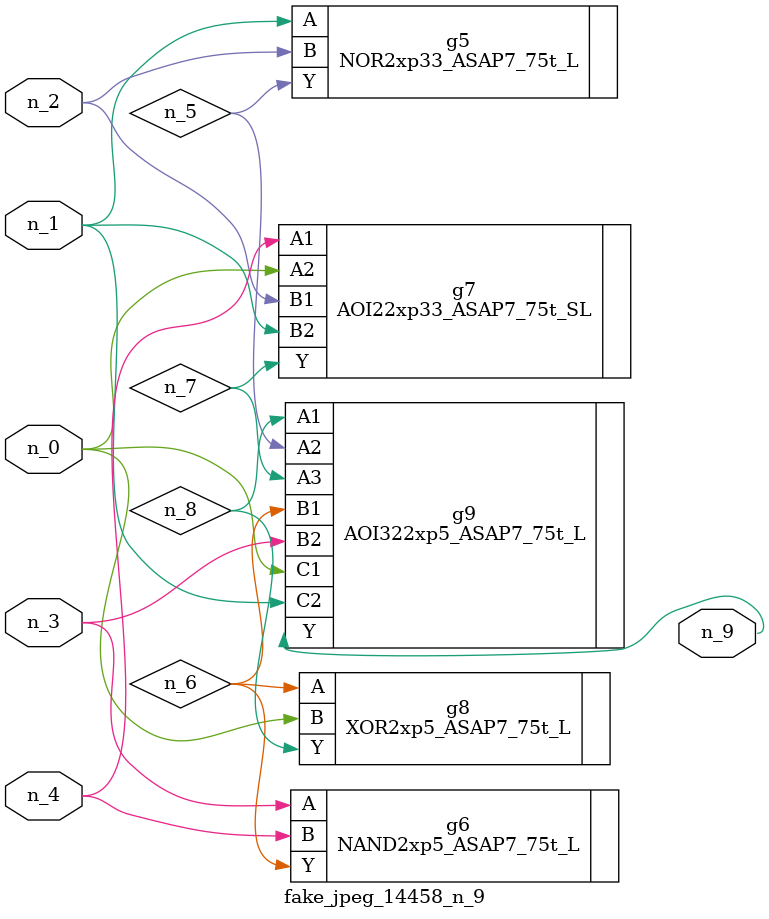
<source format=v>
module fake_jpeg_14458_n_9 (n_3, n_2, n_1, n_0, n_4, n_9);

input n_3;
input n_2;
input n_1;
input n_0;
input n_4;

output n_9;

wire n_8;
wire n_6;
wire n_5;
wire n_7;

NOR2xp33_ASAP7_75t_L g5 ( 
.A(n_1),
.B(n_2),
.Y(n_5)
);

NAND2xp5_ASAP7_75t_L g6 ( 
.A(n_3),
.B(n_4),
.Y(n_6)
);

AOI22xp33_ASAP7_75t_SL g7 ( 
.A1(n_4),
.A2(n_0),
.B1(n_2),
.B2(n_1),
.Y(n_7)
);

XOR2xp5_ASAP7_75t_L g8 ( 
.A(n_6),
.B(n_0),
.Y(n_8)
);

AOI322xp5_ASAP7_75t_L g9 ( 
.A1(n_8),
.A2(n_5),
.A3(n_7),
.B1(n_6),
.B2(n_3),
.C1(n_0),
.C2(n_1),
.Y(n_9)
);


endmodule
</source>
